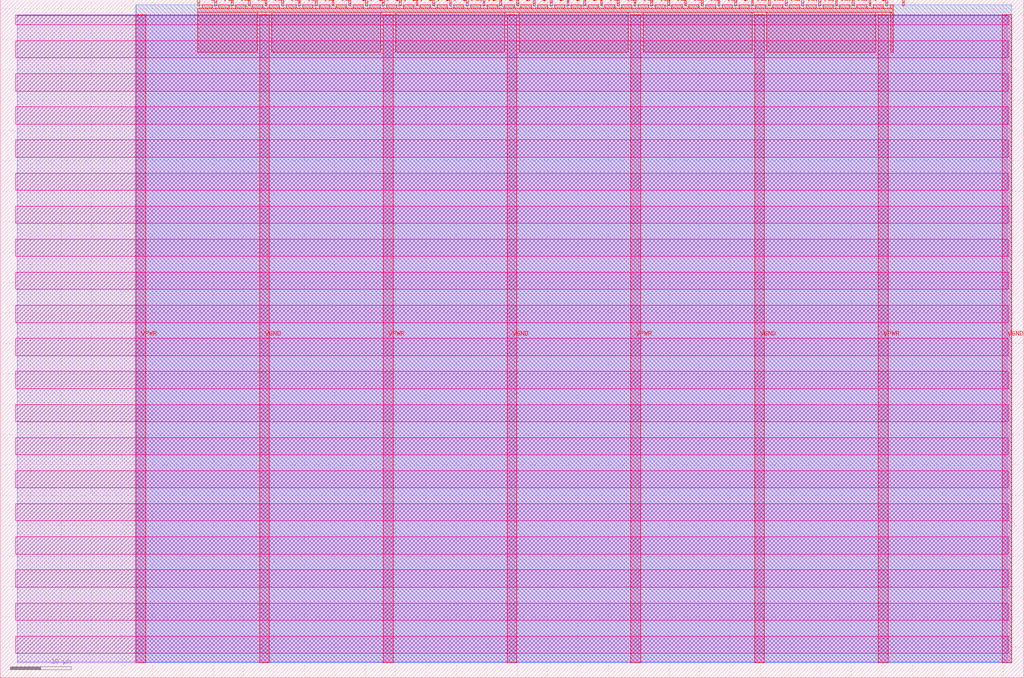
<source format=lef>
VERSION 5.7 ;
  NOWIREEXTENSIONATPIN ON ;
  DIVIDERCHAR "/" ;
  BUSBITCHARS "[]" ;
MACRO tt_um_wokwi_380409904919056385
  CLASS BLOCK ;
  FOREIGN tt_um_wokwi_380409904919056385 ;
  ORIGIN 0.000 0.000 ;
  SIZE 168.360 BY 111.520 ;
  PIN VGND
    DIRECTION INOUT ;
    USE GROUND ;
    PORT
      LAYER met4 ;
        RECT 42.670 2.480 44.270 109.040 ;
    END
    PORT
      LAYER met4 ;
        RECT 83.380 2.480 84.980 109.040 ;
    END
    PORT
      LAYER met4 ;
        RECT 124.090 2.480 125.690 109.040 ;
    END
    PORT
      LAYER met4 ;
        RECT 164.800 2.480 166.400 109.040 ;
    END
  END VGND
  PIN VPWR
    DIRECTION INOUT ;
    USE POWER ;
    PORT
      LAYER met4 ;
        RECT 22.315 2.480 23.915 109.040 ;
    END
    PORT
      LAYER met4 ;
        RECT 63.025 2.480 64.625 109.040 ;
    END
    PORT
      LAYER met4 ;
        RECT 103.735 2.480 105.335 109.040 ;
    END
    PORT
      LAYER met4 ;
        RECT 144.445 2.480 146.045 109.040 ;
    END
  END VPWR
  PIN clk
    DIRECTION INPUT ;
    USE SIGNAL ;
    ANTENNAGATEAREA 0.852000 ;
    PORT
      LAYER met4 ;
        RECT 145.670 110.520 145.970 111.520 ;
    END
  END clk
  PIN ena
    DIRECTION INPUT ;
    USE SIGNAL ;
    PORT
      LAYER met4 ;
        RECT 148.430 110.520 148.730 111.520 ;
    END
  END ena
  PIN rst_n
    DIRECTION INPUT ;
    USE SIGNAL ;
    ANTENNAGATEAREA 0.213000 ;
    PORT
      LAYER met4 ;
        RECT 142.910 110.520 143.210 111.520 ;
    END
  END rst_n
  PIN ui_in[0]
    DIRECTION INPUT ;
    USE SIGNAL ;
    PORT
      LAYER met4 ;
        RECT 140.150 110.520 140.450 111.520 ;
    END
  END ui_in[0]
  PIN ui_in[1]
    DIRECTION INPUT ;
    USE SIGNAL ;
    PORT
      LAYER met4 ;
        RECT 137.390 110.520 137.690 111.520 ;
    END
  END ui_in[1]
  PIN ui_in[2]
    DIRECTION INPUT ;
    USE SIGNAL ;
    PORT
      LAYER met4 ;
        RECT 134.630 110.520 134.930 111.520 ;
    END
  END ui_in[2]
  PIN ui_in[3]
    DIRECTION INPUT ;
    USE SIGNAL ;
    PORT
      LAYER met4 ;
        RECT 131.870 110.520 132.170 111.520 ;
    END
  END ui_in[3]
  PIN ui_in[4]
    DIRECTION INPUT ;
    USE SIGNAL ;
    PORT
      LAYER met4 ;
        RECT 129.110 110.520 129.410 111.520 ;
    END
  END ui_in[4]
  PIN ui_in[5]
    DIRECTION INPUT ;
    USE SIGNAL ;
    PORT
      LAYER met4 ;
        RECT 126.350 110.520 126.650 111.520 ;
    END
  END ui_in[5]
  PIN ui_in[6]
    DIRECTION INPUT ;
    USE SIGNAL ;
    PORT
      LAYER met4 ;
        RECT 123.590 110.520 123.890 111.520 ;
    END
  END ui_in[6]
  PIN ui_in[7]
    DIRECTION INPUT ;
    USE SIGNAL ;
    PORT
      LAYER met4 ;
        RECT 120.830 110.520 121.130 111.520 ;
    END
  END ui_in[7]
  PIN uio_in[0]
    DIRECTION INPUT ;
    USE SIGNAL ;
    PORT
      LAYER met4 ;
        RECT 118.070 110.520 118.370 111.520 ;
    END
  END uio_in[0]
  PIN uio_in[1]
    DIRECTION INPUT ;
    USE SIGNAL ;
    PORT
      LAYER met4 ;
        RECT 115.310 110.520 115.610 111.520 ;
    END
  END uio_in[1]
  PIN uio_in[2]
    DIRECTION INPUT ;
    USE SIGNAL ;
    PORT
      LAYER met4 ;
        RECT 112.550 110.520 112.850 111.520 ;
    END
  END uio_in[2]
  PIN uio_in[3]
    DIRECTION INPUT ;
    USE SIGNAL ;
    PORT
      LAYER met4 ;
        RECT 109.790 110.520 110.090 111.520 ;
    END
  END uio_in[3]
  PIN uio_in[4]
    DIRECTION INPUT ;
    USE SIGNAL ;
    PORT
      LAYER met4 ;
        RECT 107.030 110.520 107.330 111.520 ;
    END
  END uio_in[4]
  PIN uio_in[5]
    DIRECTION INPUT ;
    USE SIGNAL ;
    PORT
      LAYER met4 ;
        RECT 104.270 110.520 104.570 111.520 ;
    END
  END uio_in[5]
  PIN uio_in[6]
    DIRECTION INPUT ;
    USE SIGNAL ;
    PORT
      LAYER met4 ;
        RECT 101.510 110.520 101.810 111.520 ;
    END
  END uio_in[6]
  PIN uio_in[7]
    DIRECTION INPUT ;
    USE SIGNAL ;
    PORT
      LAYER met4 ;
        RECT 98.750 110.520 99.050 111.520 ;
    END
  END uio_in[7]
  PIN uio_oe[0]
    DIRECTION OUTPUT TRISTATE ;
    USE SIGNAL ;
    PORT
      LAYER met4 ;
        RECT 51.830 110.520 52.130 111.520 ;
    END
  END uio_oe[0]
  PIN uio_oe[1]
    DIRECTION OUTPUT TRISTATE ;
    USE SIGNAL ;
    PORT
      LAYER met4 ;
        RECT 49.070 110.520 49.370 111.520 ;
    END
  END uio_oe[1]
  PIN uio_oe[2]
    DIRECTION OUTPUT TRISTATE ;
    USE SIGNAL ;
    PORT
      LAYER met4 ;
        RECT 46.310 110.520 46.610 111.520 ;
    END
  END uio_oe[2]
  PIN uio_oe[3]
    DIRECTION OUTPUT TRISTATE ;
    USE SIGNAL ;
    PORT
      LAYER met4 ;
        RECT 43.550 110.520 43.850 111.520 ;
    END
  END uio_oe[3]
  PIN uio_oe[4]
    DIRECTION OUTPUT TRISTATE ;
    USE SIGNAL ;
    PORT
      LAYER met4 ;
        RECT 40.790 110.520 41.090 111.520 ;
    END
  END uio_oe[4]
  PIN uio_oe[5]
    DIRECTION OUTPUT TRISTATE ;
    USE SIGNAL ;
    PORT
      LAYER met4 ;
        RECT 38.030 110.520 38.330 111.520 ;
    END
  END uio_oe[5]
  PIN uio_oe[6]
    DIRECTION OUTPUT TRISTATE ;
    USE SIGNAL ;
    PORT
      LAYER met4 ;
        RECT 35.270 110.520 35.570 111.520 ;
    END
  END uio_oe[6]
  PIN uio_oe[7]
    DIRECTION OUTPUT TRISTATE ;
    USE SIGNAL ;
    PORT
      LAYER met4 ;
        RECT 32.510 110.520 32.810 111.520 ;
    END
  END uio_oe[7]
  PIN uio_out[0]
    DIRECTION OUTPUT TRISTATE ;
    USE SIGNAL ;
    PORT
      LAYER met4 ;
        RECT 73.910 110.520 74.210 111.520 ;
    END
  END uio_out[0]
  PIN uio_out[1]
    DIRECTION OUTPUT TRISTATE ;
    USE SIGNAL ;
    PORT
      LAYER met4 ;
        RECT 71.150 110.520 71.450 111.520 ;
    END
  END uio_out[1]
  PIN uio_out[2]
    DIRECTION OUTPUT TRISTATE ;
    USE SIGNAL ;
    PORT
      LAYER met4 ;
        RECT 68.390 110.520 68.690 111.520 ;
    END
  END uio_out[2]
  PIN uio_out[3]
    DIRECTION OUTPUT TRISTATE ;
    USE SIGNAL ;
    PORT
      LAYER met4 ;
        RECT 65.630 110.520 65.930 111.520 ;
    END
  END uio_out[3]
  PIN uio_out[4]
    DIRECTION OUTPUT TRISTATE ;
    USE SIGNAL ;
    PORT
      LAYER met4 ;
        RECT 62.870 110.520 63.170 111.520 ;
    END
  END uio_out[4]
  PIN uio_out[5]
    DIRECTION OUTPUT TRISTATE ;
    USE SIGNAL ;
    PORT
      LAYER met4 ;
        RECT 60.110 110.520 60.410 111.520 ;
    END
  END uio_out[5]
  PIN uio_out[6]
    DIRECTION OUTPUT TRISTATE ;
    USE SIGNAL ;
    PORT
      LAYER met4 ;
        RECT 57.350 110.520 57.650 111.520 ;
    END
  END uio_out[6]
  PIN uio_out[7]
    DIRECTION OUTPUT TRISTATE ;
    USE SIGNAL ;
    PORT
      LAYER met4 ;
        RECT 54.590 110.520 54.890 111.520 ;
    END
  END uio_out[7]
  PIN uo_out[0]
    DIRECTION OUTPUT TRISTATE ;
    USE SIGNAL ;
    ANTENNADIFFAREA 0.795200 ;
    PORT
      LAYER met4 ;
        RECT 95.990 110.520 96.290 111.520 ;
    END
  END uo_out[0]
  PIN uo_out[1]
    DIRECTION OUTPUT TRISTATE ;
    USE SIGNAL ;
    ANTENNADIFFAREA 0.445500 ;
    PORT
      LAYER met4 ;
        RECT 93.230 110.520 93.530 111.520 ;
    END
  END uo_out[1]
  PIN uo_out[2]
    DIRECTION OUTPUT TRISTATE ;
    USE SIGNAL ;
    ANTENNADIFFAREA 0.445500 ;
    PORT
      LAYER met4 ;
        RECT 90.470 110.520 90.770 111.520 ;
    END
  END uo_out[2]
  PIN uo_out[3]
    DIRECTION OUTPUT TRISTATE ;
    USE SIGNAL ;
    ANTENNADIFFAREA 0.795200 ;
    PORT
      LAYER met4 ;
        RECT 87.710 110.520 88.010 111.520 ;
    END
  END uo_out[3]
  PIN uo_out[4]
    DIRECTION OUTPUT TRISTATE ;
    USE SIGNAL ;
    ANTENNADIFFAREA 0.445500 ;
    PORT
      LAYER met4 ;
        RECT 84.950 110.520 85.250 111.520 ;
    END
  END uo_out[4]
  PIN uo_out[5]
    DIRECTION OUTPUT TRISTATE ;
    USE SIGNAL ;
    ANTENNADIFFAREA 0.445500 ;
    PORT
      LAYER met4 ;
        RECT 82.190 110.520 82.490 111.520 ;
    END
  END uo_out[5]
  PIN uo_out[6]
    DIRECTION OUTPUT TRISTATE ;
    USE SIGNAL ;
    ANTENNADIFFAREA 0.445500 ;
    PORT
      LAYER met4 ;
        RECT 79.430 110.520 79.730 111.520 ;
    END
  END uo_out[6]
  PIN uo_out[7]
    DIRECTION OUTPUT TRISTATE ;
    USE SIGNAL ;
    ANTENNADIFFAREA 0.445500 ;
    PORT
      LAYER met4 ;
        RECT 76.670 110.520 76.970 111.520 ;
    END
  END uo_out[7]
  OBS
      LAYER nwell ;
        RECT 2.570 107.385 165.790 108.990 ;
        RECT 2.570 101.945 165.790 104.775 ;
        RECT 2.570 96.505 165.790 99.335 ;
        RECT 2.570 91.065 165.790 93.895 ;
        RECT 2.570 85.625 165.790 88.455 ;
        RECT 2.570 80.185 165.790 83.015 ;
        RECT 2.570 74.745 165.790 77.575 ;
        RECT 2.570 69.305 165.790 72.135 ;
        RECT 2.570 63.865 165.790 66.695 ;
        RECT 2.570 58.425 165.790 61.255 ;
        RECT 2.570 52.985 165.790 55.815 ;
        RECT 2.570 47.545 165.790 50.375 ;
        RECT 2.570 42.105 165.790 44.935 ;
        RECT 2.570 36.665 165.790 39.495 ;
        RECT 2.570 31.225 165.790 34.055 ;
        RECT 2.570 25.785 165.790 28.615 ;
        RECT 2.570 20.345 165.790 23.175 ;
        RECT 2.570 14.905 165.790 17.735 ;
        RECT 2.570 9.465 165.790 12.295 ;
        RECT 2.570 4.025 165.790 6.855 ;
      LAYER li1 ;
        RECT 2.760 2.635 165.600 108.885 ;
      LAYER met1 ;
        RECT 2.760 2.480 166.400 109.040 ;
      LAYER met2 ;
        RECT 22.345 2.535 166.370 110.685 ;
      LAYER met3 ;
        RECT 22.325 2.555 166.390 110.665 ;
      LAYER met4 ;
        RECT 33.210 110.120 34.870 110.665 ;
        RECT 35.970 110.120 37.630 110.665 ;
        RECT 38.730 110.120 40.390 110.665 ;
        RECT 41.490 110.120 43.150 110.665 ;
        RECT 44.250 110.120 45.910 110.665 ;
        RECT 47.010 110.120 48.670 110.665 ;
        RECT 49.770 110.120 51.430 110.665 ;
        RECT 52.530 110.120 54.190 110.665 ;
        RECT 55.290 110.120 56.950 110.665 ;
        RECT 58.050 110.120 59.710 110.665 ;
        RECT 60.810 110.120 62.470 110.665 ;
        RECT 63.570 110.120 65.230 110.665 ;
        RECT 66.330 110.120 67.990 110.665 ;
        RECT 69.090 110.120 70.750 110.665 ;
        RECT 71.850 110.120 73.510 110.665 ;
        RECT 74.610 110.120 76.270 110.665 ;
        RECT 77.370 110.120 79.030 110.665 ;
        RECT 80.130 110.120 81.790 110.665 ;
        RECT 82.890 110.120 84.550 110.665 ;
        RECT 85.650 110.120 87.310 110.665 ;
        RECT 88.410 110.120 90.070 110.665 ;
        RECT 91.170 110.120 92.830 110.665 ;
        RECT 93.930 110.120 95.590 110.665 ;
        RECT 96.690 110.120 98.350 110.665 ;
        RECT 99.450 110.120 101.110 110.665 ;
        RECT 102.210 110.120 103.870 110.665 ;
        RECT 104.970 110.120 106.630 110.665 ;
        RECT 107.730 110.120 109.390 110.665 ;
        RECT 110.490 110.120 112.150 110.665 ;
        RECT 113.250 110.120 114.910 110.665 ;
        RECT 116.010 110.120 117.670 110.665 ;
        RECT 118.770 110.120 120.430 110.665 ;
        RECT 121.530 110.120 123.190 110.665 ;
        RECT 124.290 110.120 125.950 110.665 ;
        RECT 127.050 110.120 128.710 110.665 ;
        RECT 129.810 110.120 131.470 110.665 ;
        RECT 132.570 110.120 134.230 110.665 ;
        RECT 135.330 110.120 136.990 110.665 ;
        RECT 138.090 110.120 139.750 110.665 ;
        RECT 140.850 110.120 142.510 110.665 ;
        RECT 143.610 110.120 145.270 110.665 ;
        RECT 146.370 110.120 146.905 110.665 ;
        RECT 32.495 109.440 146.905 110.120 ;
        RECT 32.495 102.855 42.270 109.440 ;
        RECT 44.670 102.855 62.625 109.440 ;
        RECT 65.025 102.855 82.980 109.440 ;
        RECT 85.380 102.855 103.335 109.440 ;
        RECT 105.735 102.855 123.690 109.440 ;
        RECT 126.090 102.855 144.045 109.440 ;
        RECT 146.445 102.855 146.905 109.440 ;
  END
END tt_um_wokwi_380409904919056385
END LIBRARY


</source>
